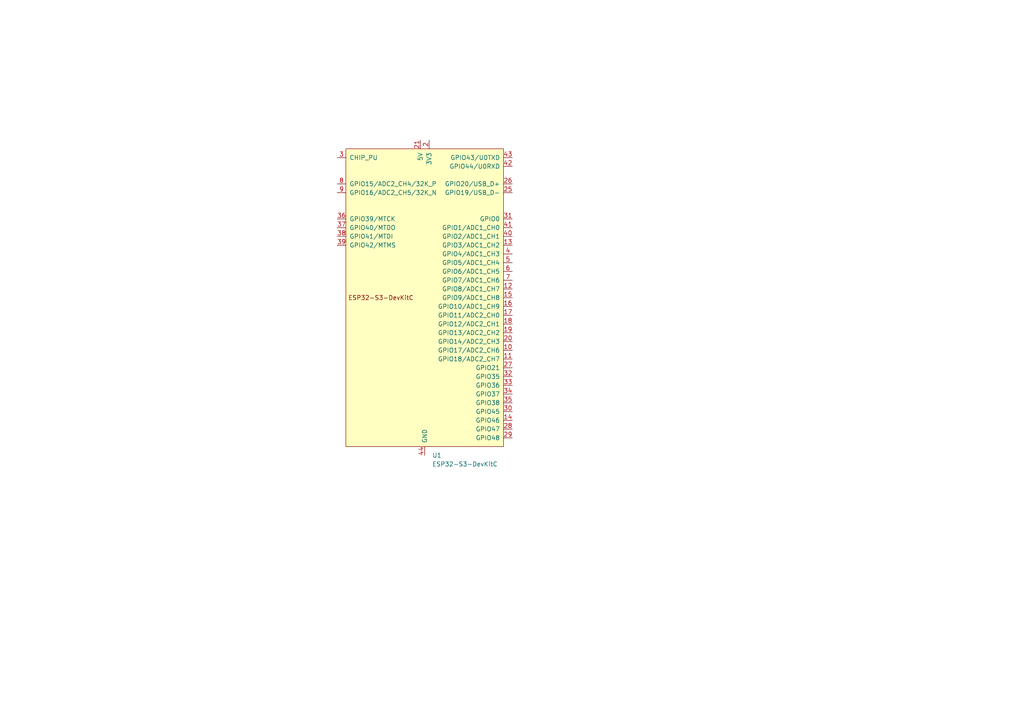
<source format=kicad_sch>
(kicad_sch (version 20250114) (generator "eeschema") (generator_version "9.0")
  (paper "A4")
  (title_block (title "ESP32-S3 ExPan") (date "2026-01-14") (company "AppanageARK"))
  (lib_symbols
    (symbol "PCM_Espressif:ESP32-S3-DevKitC" (pin_names (offset 1.016))
      (property "Reference" "U" (at -22.86 48.26 0))
      (property "Value" "ESP32-S3-DevKitC" (at -22.86 45.72 0))
      (symbol "ESP32-S3-DevKitC_0_0"
        (text "ESP32-S3-DevKitC" (at -12.7 0 0) (effects (font (size 1.27 1.27))))
        (pin bidirectional line (at -25.4 15.24 0) (length 2.54) (name "GPIO42/MTMS") (number "39"))
        (pin power_in line (at 0 -45.72 90) (length 2.54) (name "GND") (number "44"))
        (pin bidirectional line (at 25.4 40.64 180) (length 2.54) (name "GPIO43/U0TXD") (number "43"))
        (pin bidirectional line (at 25.4 38.1 180) (length 2.54) (name "GPIO44/U0RXD") (number "42"))
        (pin bidirectional line (at 25.4 20.32 180) (length 2.54) (name "GPIO1/ADC1_CH0") (number "41"))
        (pin bidirectional line (at 25.4 17.78 180) (length 2.54) (name "GPIO2/ADC1_CH1") (number "40"))
        (pin bidirectional line (at 25.4 -10.16 180) (length 2.54) (name "GPIO13/ADC2_CH2") (number "19"))
        (pin bidirectional line (at 25.4 -35.56 180) (length 2.54) (name "GPIO46") (number "14"))
      )
      (symbol "ESP32-S3-DevKitC_0_1"
        (rectangle (start -22.86 43.18) (end 22.86 -43.18) (fill (type background)))
        (pin power_in line (at 1.27 45.72 270) (length 2.54) (name "3V3") (number "2"))
      )
      (symbol "ESP32-S3-DevKitC_1_1"
        (pin input line (at -25.4 40.64 0) (length 2.54) (name "CHIP_PU") (number "3"))
        (pin bidirectional line (at -25.4 33.02 0) (length 2.54) (name "GPIO15/ADC2_CH4/32K_P") (number "8"))
        (pin bidirectional line (at -25.4 30.48 0) (length 2.54) (name "GPIO16/ADC2_CH5/32K_N") (number "9"))
        (pin bidirectional line (at -25.4 22.86 0) (length 2.54) (name "GPIO39/MTCK") (number "36"))
        (pin bidirectional line (at -25.4 20.32 0) (length 2.54) (name "GPIO40/MTDO") (number "37"))
        (pin bidirectional line (at -25.4 17.78 0) (length 2.54) (name "GPIO41/MTDI") (number "38"))
        (pin power_in line (at -1.27 45.72 270) (length 2.54) (name "5V") (number "21"))
        (pin passive line (at 0 -45.72 90) (length 2.54) (hide yes) (name "GND") (number "22"))
        (pin passive line (at 0 -45.72 90) (length 2.54) (hide yes) (name "GND") (number "23"))
        (pin passive line (at 0 -45.72 90) (length 2.54) (hide yes) (name "GND") (number "24"))
        (pin passive line (at 1.27 45.72 270) (length 2.54) (hide yes) (name "3V3") (number "1"))
        (pin bidirectional line (at 25.4 33.02 180) (length 2.54) (name "GPIO20/USB_D+") (number "26"))
        (pin bidirectional line (at 25.4 30.48 180) (length 2.54) (name "GPIO19/USB_D-") (number "25"))
        (pin bidirectional line (at 25.4 22.86 180) (length 2.54) (name "GPIO0") (number "31"))
        (pin bidirectional line (at 25.4 15.24 180) (length 2.54) (name "GPIO3/ADC1_CH2") (number "13"))
        (pin bidirectional line (at 25.4 12.7 180) (length 2.54) (name "GPIO4/ADC1_CH3") (number "4"))
        (pin bidirectional line (at 25.4 10.16 180) (length 2.54) (name "GPIO5/ADC1_CH4") (number "5"))
        (pin bidirectional line (at 25.4 7.62 180) (length 2.54) (name "GPIO6/ADC1_CH5") (number "6"))
        (pin bidirectional line (at 25.4 5.08 180) (length 2.54) (name "GPIO7/ADC1_CH6") (number "7"))
        (pin bidirectional line (at 25.4 2.54 180) (length 2.54) (name "GPIO8/ADC1_CH7") (number "12"))
        (pin bidirectional line (at 25.4 0 180) (length 2.54) (name "GPIO9/ADC1_CH8") (number "15"))
        (pin bidirectional line (at 25.4 -2.54 180) (length 2.54) (name "GPIO10/ADC1_CH9") (number "16"))
        (pin bidirectional line (at 25.4 -5.08 180) (length 2.54) (name "GPIO11/ADC2_CH0") (number "17"))
        (pin bidirectional line (at 25.4 -7.62 180) (length 2.54) (name "GPIO12/ADC2_CH1") (number "18"))
        (pin bidirectional line (at 25.4 -12.7 180) (length 2.54) (name "GPIO14/ADC2_CH3") (number "20"))
        (pin bidirectional line (at 25.4 -15.24 180) (length 2.54) (name "GPIO17/ADC2_CH6") (number "10"))
        (pin bidirectional line (at 25.4 -17.78 180) (length 2.54) (name "GPIO18/ADC2_CH7") (number "11"))
        (pin bidirectional line (at 25.4 -20.32 180) (length 2.54) (name "GPIO21") (number "27"))
        (pin bidirectional line (at 25.4 -22.86 180) (length 2.54) (name "GPIO35") (number "32"))
        (pin bidirectional line (at 25.4 -25.4 180) (length 2.54) (name "GPIO36") (number "33"))
        (pin bidirectional line (at 25.4 -27.94 180) (length 2.54) (name "GPIO37") (number "34"))
        (pin bidirectional line (at 25.4 -30.48 180) (length 2.54) (name "GPIO38") (number "35"))
        (pin bidirectional line (at 25.4 -33.02 180) (length 2.54) (name "GPIO45") (number "30"))
        (pin bidirectional line (at 25.4 -38.1 180) (length 2.54) (name "GPIO47") (number "28"))
        (pin bidirectional line (at 25.4 -40.64 180) (length 2.54) (name "GPIO48") (number "29"))
      )
    )
  )
  (symbol (lib_id "PCM_Espressif:ESP32-S3-DevKitC") (at 123.19 86.36 0) (unit 1)
    (property "Reference" "U1" (at 125.3333 132.08 0) (effects (justify left)))
    (property "Value" "ESP32-S3-DevKitC" (at 125.3333 134.62 0) (effects (justify left)))
    (property "Footprint" "PCM_Espressif:ESP32-S3-DevKitC" (effects (hide yes)))
    (property "Description" "ESP32-S3-DevKitC" (effects (hide yes)))
  )
)
</source>
